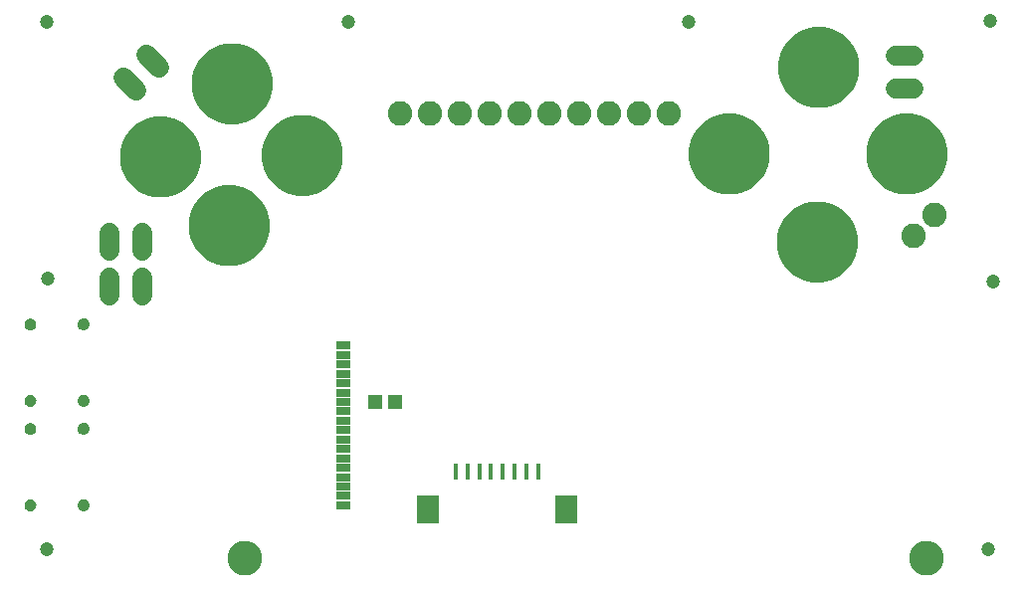
<source format=gbr>
G04 EAGLE Gerber RS-274X export*
G75*
%MOMM*%
%FSLAX34Y34*%
%LPD*%
%INSoldermask Top*%
%IPPOS*%
%AMOC8*
5,1,8,0,0,1.08239X$1,22.5*%
G01*
%ADD10C,1.203200*%
%ADD11C,2.082800*%
%ADD12C,1.727200*%
%ADD13C,2.953200*%
%ADD14C,0.609600*%
%ADD15C,3.429000*%
%ADD16R,1.219200X0.711200*%
%ADD17R,0.400000X1.400000*%
%ADD18R,1.900000X2.350000*%
%ADD19R,1.303200X1.203200*%

G36*
X82375Y240824D02*
X82375Y240824D01*
X83342Y240927D01*
X83390Y240941D01*
X83481Y240958D01*
X84411Y241277D01*
X84455Y241302D01*
X84540Y241338D01*
X85376Y241857D01*
X85413Y241890D01*
X85488Y241945D01*
X86187Y242636D01*
X86216Y242678D01*
X86277Y242747D01*
X86805Y243577D01*
X86824Y243624D01*
X86867Y243705D01*
X87198Y244632D01*
X87206Y244682D01*
X87230Y244770D01*
X87343Y245723D01*
X87363Y245827D01*
X87363Y245831D01*
X87365Y245834D01*
X87371Y246022D01*
X87260Y246980D01*
X87246Y247028D01*
X87228Y247118D01*
X86907Y248027D01*
X86882Y248071D01*
X86845Y248155D01*
X86457Y248768D01*
X86330Y248970D01*
X86296Y249007D01*
X86241Y249080D01*
X85557Y249760D01*
X85516Y249789D01*
X85446Y249848D01*
X84628Y250359D01*
X84581Y250377D01*
X84500Y250420D01*
X83589Y250735D01*
X83539Y250743D01*
X83450Y250767D01*
X82492Y250872D01*
X82462Y250869D01*
X82423Y250875D01*
X82322Y250875D01*
X82295Y250870D01*
X82258Y250872D01*
X81285Y250773D01*
X81236Y250760D01*
X81146Y250743D01*
X80219Y250431D01*
X80175Y250406D01*
X80090Y250371D01*
X79256Y249860D01*
X79218Y249826D01*
X79144Y249772D01*
X78444Y249088D01*
X78415Y249047D01*
X78355Y248978D01*
X77825Y248156D01*
X77808Y248116D01*
X77796Y248102D01*
X77788Y248078D01*
X77761Y248029D01*
X77428Y247109D01*
X77419Y247060D01*
X77394Y246971D01*
X77274Y246000D01*
X77274Y245990D01*
X77274Y245988D01*
X77273Y245986D01*
X77271Y245978D01*
X77244Y245675D01*
X77249Y245625D01*
X77249Y245526D01*
X77391Y244569D01*
X77407Y244521D01*
X77412Y244499D01*
X77412Y244494D01*
X77414Y244488D01*
X77427Y244431D01*
X77779Y243529D01*
X77805Y243486D01*
X77845Y243404D01*
X78388Y242603D01*
X78424Y242567D01*
X78481Y242495D01*
X79189Y241835D01*
X79231Y241808D01*
X79303Y241751D01*
X80140Y241265D01*
X80188Y241248D01*
X80271Y241208D01*
X81195Y240921D01*
X81245Y240915D01*
X81335Y240894D01*
X82267Y240823D01*
X82296Y240819D01*
X82348Y240819D01*
X82375Y240824D01*
G37*
G36*
X37087Y240773D02*
X37087Y240773D01*
X38054Y240876D01*
X38102Y240890D01*
X38193Y240907D01*
X39123Y241226D01*
X39167Y241251D01*
X39252Y241287D01*
X40088Y241806D01*
X40125Y241839D01*
X40200Y241894D01*
X40899Y242585D01*
X40928Y242627D01*
X40989Y242696D01*
X41517Y243526D01*
X41536Y243573D01*
X41579Y243654D01*
X41910Y244581D01*
X41918Y244631D01*
X41942Y244719D01*
X42055Y245672D01*
X42075Y245776D01*
X42075Y245780D01*
X42077Y245783D01*
X42083Y245971D01*
X41972Y246929D01*
X41958Y246977D01*
X41940Y247067D01*
X41619Y247976D01*
X41594Y248020D01*
X41557Y248104D01*
X41169Y248717D01*
X41042Y248919D01*
X41008Y248956D01*
X40953Y249029D01*
X40269Y249709D01*
X40228Y249738D01*
X40158Y249797D01*
X39340Y250308D01*
X39293Y250326D01*
X39212Y250369D01*
X38301Y250684D01*
X38251Y250692D01*
X38162Y250716D01*
X37204Y250821D01*
X37174Y250818D01*
X37135Y250824D01*
X37034Y250824D01*
X37007Y250819D01*
X36970Y250821D01*
X35997Y250722D01*
X35948Y250709D01*
X35858Y250692D01*
X34931Y250380D01*
X34887Y250355D01*
X34802Y250320D01*
X33968Y249809D01*
X33930Y249775D01*
X33856Y249721D01*
X33156Y249037D01*
X33127Y248996D01*
X33067Y248927D01*
X32537Y248105D01*
X32520Y248065D01*
X32508Y248051D01*
X32500Y248027D01*
X32473Y247978D01*
X32140Y247058D01*
X32131Y247009D01*
X32106Y246920D01*
X31986Y245949D01*
X31986Y245939D01*
X31986Y245937D01*
X31985Y245935D01*
X31983Y245927D01*
X31956Y245624D01*
X31961Y245574D01*
X31961Y245475D01*
X32103Y244518D01*
X32119Y244470D01*
X32124Y244448D01*
X32124Y244443D01*
X32126Y244437D01*
X32139Y244380D01*
X32491Y243478D01*
X32517Y243435D01*
X32557Y243353D01*
X33100Y242552D01*
X33136Y242516D01*
X33193Y242444D01*
X33901Y241784D01*
X33943Y241757D01*
X34015Y241700D01*
X34852Y241214D01*
X34900Y241197D01*
X34983Y241157D01*
X35907Y240870D01*
X35957Y240864D01*
X36047Y240843D01*
X36979Y240772D01*
X37008Y240768D01*
X37060Y240768D01*
X37087Y240773D01*
G37*
G36*
X37112Y175749D02*
X37112Y175749D01*
X38079Y175852D01*
X38127Y175866D01*
X38218Y175883D01*
X39148Y176202D01*
X39192Y176227D01*
X39277Y176263D01*
X40113Y176782D01*
X40150Y176815D01*
X40225Y176870D01*
X40924Y177561D01*
X40953Y177603D01*
X41014Y177672D01*
X41542Y178502D01*
X41561Y178549D01*
X41604Y178630D01*
X41935Y179557D01*
X41943Y179607D01*
X41967Y179695D01*
X42080Y180648D01*
X42100Y180752D01*
X42100Y180756D01*
X42102Y180759D01*
X42108Y180947D01*
X41997Y181905D01*
X41983Y181953D01*
X41965Y182043D01*
X41644Y182952D01*
X41619Y182996D01*
X41582Y183080D01*
X41194Y183693D01*
X41067Y183895D01*
X41033Y183932D01*
X40978Y184005D01*
X40294Y184685D01*
X40253Y184714D01*
X40183Y184773D01*
X39365Y185284D01*
X39318Y185302D01*
X39237Y185345D01*
X38326Y185660D01*
X38276Y185668D01*
X38187Y185692D01*
X37229Y185797D01*
X37199Y185794D01*
X37160Y185800D01*
X37059Y185800D01*
X37032Y185795D01*
X36995Y185797D01*
X36022Y185698D01*
X35973Y185685D01*
X35883Y185668D01*
X34956Y185356D01*
X34912Y185331D01*
X34827Y185296D01*
X33993Y184785D01*
X33955Y184751D01*
X33881Y184697D01*
X33181Y184013D01*
X33152Y183972D01*
X33092Y183903D01*
X32562Y183081D01*
X32545Y183041D01*
X32533Y183027D01*
X32525Y183003D01*
X32498Y182954D01*
X32165Y182034D01*
X32156Y181985D01*
X32131Y181896D01*
X32011Y180925D01*
X32011Y180915D01*
X32011Y180913D01*
X32010Y180911D01*
X32008Y180903D01*
X31981Y180600D01*
X31986Y180550D01*
X31986Y180451D01*
X32128Y179494D01*
X32144Y179446D01*
X32149Y179424D01*
X32149Y179419D01*
X32151Y179413D01*
X32164Y179356D01*
X32516Y178454D01*
X32542Y178411D01*
X32582Y178329D01*
X33125Y177528D01*
X33161Y177492D01*
X33218Y177420D01*
X33926Y176760D01*
X33968Y176733D01*
X34040Y176676D01*
X34877Y176190D01*
X34925Y176173D01*
X35008Y176133D01*
X35932Y175846D01*
X35982Y175840D01*
X36072Y175819D01*
X37004Y175748D01*
X37033Y175744D01*
X37085Y175744D01*
X37112Y175749D01*
G37*
G36*
X82350Y175749D02*
X82350Y175749D01*
X83317Y175852D01*
X83365Y175866D01*
X83456Y175883D01*
X84386Y176202D01*
X84430Y176227D01*
X84515Y176263D01*
X85351Y176782D01*
X85388Y176815D01*
X85463Y176870D01*
X86162Y177561D01*
X86191Y177603D01*
X86252Y177672D01*
X86780Y178502D01*
X86799Y178549D01*
X86842Y178630D01*
X87173Y179557D01*
X87181Y179607D01*
X87205Y179695D01*
X87318Y180648D01*
X87338Y180752D01*
X87338Y180756D01*
X87340Y180759D01*
X87346Y180947D01*
X87235Y181905D01*
X87221Y181953D01*
X87203Y182043D01*
X86882Y182952D01*
X86857Y182996D01*
X86820Y183080D01*
X86432Y183693D01*
X86305Y183895D01*
X86271Y183932D01*
X86216Y184005D01*
X85532Y184685D01*
X85491Y184714D01*
X85421Y184773D01*
X84603Y185284D01*
X84556Y185302D01*
X84475Y185345D01*
X83564Y185660D01*
X83514Y185668D01*
X83425Y185692D01*
X82467Y185797D01*
X82437Y185794D01*
X82398Y185800D01*
X82297Y185800D01*
X82270Y185795D01*
X82233Y185797D01*
X81260Y185698D01*
X81211Y185685D01*
X81121Y185668D01*
X80194Y185356D01*
X80150Y185331D01*
X80065Y185296D01*
X79231Y184785D01*
X79193Y184751D01*
X79119Y184697D01*
X78419Y184013D01*
X78390Y183972D01*
X78330Y183903D01*
X77800Y183081D01*
X77783Y183041D01*
X77771Y183027D01*
X77763Y183003D01*
X77736Y182954D01*
X77403Y182034D01*
X77394Y181985D01*
X77369Y181896D01*
X77249Y180925D01*
X77249Y180915D01*
X77249Y180913D01*
X77248Y180911D01*
X77246Y180903D01*
X77219Y180600D01*
X77224Y180550D01*
X77224Y180451D01*
X77366Y179494D01*
X77382Y179446D01*
X77387Y179424D01*
X77387Y179419D01*
X77389Y179413D01*
X77402Y179356D01*
X77754Y178454D01*
X77780Y178411D01*
X77820Y178329D01*
X78363Y177528D01*
X78399Y177492D01*
X78456Y177420D01*
X79164Y176760D01*
X79206Y176733D01*
X79278Y176676D01*
X80115Y176190D01*
X80163Y176173D01*
X80246Y176133D01*
X81170Y175846D01*
X81220Y175840D01*
X81310Y175819D01*
X82242Y175748D01*
X82271Y175744D01*
X82323Y175744D01*
X82350Y175749D01*
G37*
G36*
X82375Y151924D02*
X82375Y151924D01*
X83342Y152027D01*
X83390Y152041D01*
X83481Y152058D01*
X84411Y152377D01*
X84455Y152402D01*
X84540Y152438D01*
X85376Y152957D01*
X85413Y152990D01*
X85488Y153045D01*
X86187Y153736D01*
X86216Y153778D01*
X86277Y153847D01*
X86805Y154677D01*
X86824Y154724D01*
X86867Y154805D01*
X87198Y155732D01*
X87206Y155782D01*
X87230Y155870D01*
X87343Y156823D01*
X87363Y156927D01*
X87363Y156931D01*
X87365Y156934D01*
X87371Y157122D01*
X87260Y158080D01*
X87246Y158128D01*
X87228Y158218D01*
X86907Y159127D01*
X86882Y159171D01*
X86845Y159255D01*
X86457Y159868D01*
X86330Y160070D01*
X86296Y160107D01*
X86241Y160180D01*
X85557Y160860D01*
X85516Y160889D01*
X85446Y160948D01*
X84628Y161459D01*
X84581Y161477D01*
X84500Y161520D01*
X83589Y161835D01*
X83539Y161843D01*
X83450Y161867D01*
X82492Y161972D01*
X82462Y161969D01*
X82423Y161975D01*
X82322Y161975D01*
X82295Y161970D01*
X82258Y161972D01*
X81285Y161873D01*
X81236Y161860D01*
X81146Y161843D01*
X80219Y161531D01*
X80175Y161506D01*
X80090Y161471D01*
X79256Y160960D01*
X79218Y160926D01*
X79144Y160872D01*
X78444Y160188D01*
X78415Y160147D01*
X78355Y160078D01*
X77825Y159256D01*
X77808Y159216D01*
X77796Y159202D01*
X77788Y159178D01*
X77761Y159129D01*
X77428Y158209D01*
X77419Y158160D01*
X77394Y158071D01*
X77274Y157100D01*
X77274Y157090D01*
X77274Y157088D01*
X77273Y157086D01*
X77271Y157078D01*
X77244Y156775D01*
X77249Y156725D01*
X77249Y156626D01*
X77391Y155669D01*
X77407Y155621D01*
X77412Y155599D01*
X77412Y155594D01*
X77414Y155588D01*
X77427Y155531D01*
X77779Y154629D01*
X77805Y154586D01*
X77845Y154504D01*
X78388Y153703D01*
X78424Y153667D01*
X78481Y153595D01*
X79189Y152935D01*
X79231Y152908D01*
X79303Y152851D01*
X80140Y152365D01*
X80188Y152348D01*
X80271Y152308D01*
X81195Y152021D01*
X81245Y152015D01*
X81335Y151994D01*
X82267Y151923D01*
X82296Y151919D01*
X82348Y151919D01*
X82375Y151924D01*
G37*
G36*
X37087Y151873D02*
X37087Y151873D01*
X38054Y151976D01*
X38102Y151990D01*
X38193Y152007D01*
X39123Y152326D01*
X39167Y152351D01*
X39252Y152387D01*
X40088Y152906D01*
X40125Y152939D01*
X40200Y152994D01*
X40899Y153685D01*
X40928Y153727D01*
X40989Y153796D01*
X41517Y154626D01*
X41536Y154673D01*
X41579Y154754D01*
X41910Y155681D01*
X41918Y155731D01*
X41942Y155819D01*
X42055Y156772D01*
X42075Y156876D01*
X42075Y156880D01*
X42077Y156883D01*
X42083Y157071D01*
X41972Y158029D01*
X41958Y158077D01*
X41940Y158167D01*
X41619Y159076D01*
X41594Y159120D01*
X41557Y159204D01*
X41169Y159817D01*
X41042Y160019D01*
X41008Y160056D01*
X40953Y160129D01*
X40269Y160809D01*
X40228Y160838D01*
X40158Y160897D01*
X39340Y161408D01*
X39293Y161426D01*
X39212Y161469D01*
X38301Y161784D01*
X38251Y161792D01*
X38162Y161816D01*
X37204Y161921D01*
X37174Y161918D01*
X37135Y161924D01*
X37034Y161924D01*
X37007Y161919D01*
X36970Y161921D01*
X35997Y161822D01*
X35948Y161809D01*
X35858Y161792D01*
X34931Y161480D01*
X34887Y161455D01*
X34802Y161420D01*
X33968Y160909D01*
X33930Y160875D01*
X33856Y160821D01*
X33156Y160137D01*
X33127Y160096D01*
X33067Y160027D01*
X32537Y159205D01*
X32520Y159165D01*
X32508Y159151D01*
X32500Y159127D01*
X32473Y159078D01*
X32140Y158158D01*
X32131Y158109D01*
X32106Y158020D01*
X31986Y157049D01*
X31986Y157039D01*
X31986Y157037D01*
X31985Y157035D01*
X31983Y157027D01*
X31956Y156724D01*
X31961Y156674D01*
X31961Y156575D01*
X32103Y155618D01*
X32119Y155570D01*
X32124Y155548D01*
X32124Y155543D01*
X32126Y155537D01*
X32139Y155480D01*
X32491Y154578D01*
X32517Y154535D01*
X32557Y154453D01*
X33100Y153652D01*
X33136Y153616D01*
X33193Y153544D01*
X33901Y152884D01*
X33943Y152857D01*
X34015Y152800D01*
X34852Y152314D01*
X34900Y152297D01*
X34983Y152257D01*
X35907Y151970D01*
X35957Y151964D01*
X36047Y151943D01*
X36979Y151872D01*
X37008Y151868D01*
X37060Y151868D01*
X37087Y151873D01*
G37*
G36*
X37112Y86849D02*
X37112Y86849D01*
X38079Y86952D01*
X38127Y86966D01*
X38218Y86983D01*
X39148Y87302D01*
X39192Y87327D01*
X39277Y87363D01*
X40113Y87882D01*
X40150Y87915D01*
X40225Y87970D01*
X40924Y88661D01*
X40953Y88703D01*
X41014Y88772D01*
X41542Y89602D01*
X41561Y89649D01*
X41604Y89730D01*
X41935Y90657D01*
X41943Y90707D01*
X41967Y90795D01*
X42080Y91748D01*
X42100Y91852D01*
X42100Y91856D01*
X42102Y91859D01*
X42108Y92047D01*
X41997Y93005D01*
X41983Y93053D01*
X41965Y93143D01*
X41644Y94052D01*
X41619Y94096D01*
X41582Y94180D01*
X41194Y94793D01*
X41067Y94995D01*
X41033Y95032D01*
X40978Y95105D01*
X40294Y95785D01*
X40253Y95814D01*
X40183Y95873D01*
X39365Y96384D01*
X39318Y96402D01*
X39237Y96445D01*
X38326Y96760D01*
X38276Y96768D01*
X38187Y96792D01*
X37229Y96897D01*
X37199Y96894D01*
X37160Y96900D01*
X37059Y96900D01*
X37032Y96895D01*
X36995Y96897D01*
X36022Y96798D01*
X35973Y96785D01*
X35883Y96768D01*
X34956Y96456D01*
X34912Y96431D01*
X34827Y96396D01*
X33993Y95885D01*
X33955Y95851D01*
X33881Y95797D01*
X33181Y95113D01*
X33152Y95072D01*
X33092Y95003D01*
X32562Y94181D01*
X32545Y94141D01*
X32533Y94127D01*
X32525Y94103D01*
X32498Y94054D01*
X32165Y93134D01*
X32156Y93085D01*
X32131Y92996D01*
X32011Y92025D01*
X32011Y92015D01*
X32011Y92013D01*
X32010Y92011D01*
X32008Y92003D01*
X31981Y91700D01*
X31986Y91650D01*
X31986Y91551D01*
X32128Y90594D01*
X32144Y90546D01*
X32149Y90524D01*
X32149Y90519D01*
X32151Y90513D01*
X32164Y90456D01*
X32516Y89554D01*
X32542Y89511D01*
X32582Y89429D01*
X33125Y88628D01*
X33161Y88592D01*
X33218Y88520D01*
X33926Y87860D01*
X33968Y87833D01*
X34040Y87776D01*
X34877Y87290D01*
X34925Y87273D01*
X35008Y87233D01*
X35932Y86946D01*
X35982Y86940D01*
X36072Y86919D01*
X37004Y86848D01*
X37033Y86844D01*
X37085Y86844D01*
X37112Y86849D01*
G37*
G36*
X82350Y86849D02*
X82350Y86849D01*
X83317Y86952D01*
X83365Y86966D01*
X83456Y86983D01*
X84386Y87302D01*
X84430Y87327D01*
X84515Y87363D01*
X85351Y87882D01*
X85388Y87915D01*
X85463Y87970D01*
X86162Y88661D01*
X86191Y88703D01*
X86252Y88772D01*
X86780Y89602D01*
X86799Y89649D01*
X86842Y89730D01*
X87173Y90657D01*
X87181Y90707D01*
X87205Y90795D01*
X87318Y91748D01*
X87338Y91852D01*
X87338Y91856D01*
X87340Y91859D01*
X87346Y92047D01*
X87235Y93005D01*
X87221Y93053D01*
X87203Y93143D01*
X86882Y94052D01*
X86857Y94096D01*
X86820Y94180D01*
X86432Y94793D01*
X86305Y94995D01*
X86271Y95032D01*
X86216Y95105D01*
X85532Y95785D01*
X85491Y95814D01*
X85421Y95873D01*
X84603Y96384D01*
X84556Y96402D01*
X84475Y96445D01*
X83564Y96760D01*
X83514Y96768D01*
X83425Y96792D01*
X82467Y96897D01*
X82437Y96894D01*
X82398Y96900D01*
X82297Y96900D01*
X82270Y96895D01*
X82233Y96897D01*
X81260Y96798D01*
X81211Y96785D01*
X81121Y96768D01*
X80194Y96456D01*
X80150Y96431D01*
X80065Y96396D01*
X79231Y95885D01*
X79193Y95851D01*
X79119Y95797D01*
X78419Y95113D01*
X78390Y95072D01*
X78330Y95003D01*
X77800Y94181D01*
X77783Y94141D01*
X77771Y94127D01*
X77763Y94103D01*
X77736Y94054D01*
X77403Y93134D01*
X77394Y93085D01*
X77369Y92996D01*
X77249Y92025D01*
X77249Y92015D01*
X77249Y92013D01*
X77248Y92011D01*
X77246Y92003D01*
X77219Y91700D01*
X77224Y91650D01*
X77224Y91551D01*
X77366Y90594D01*
X77382Y90546D01*
X77387Y90524D01*
X77387Y90519D01*
X77389Y90513D01*
X77402Y90456D01*
X77754Y89554D01*
X77780Y89511D01*
X77820Y89429D01*
X78363Y88628D01*
X78399Y88592D01*
X78456Y88520D01*
X79164Y87860D01*
X79206Y87833D01*
X79278Y87776D01*
X80115Y87290D01*
X80163Y87273D01*
X80246Y87233D01*
X81170Y86946D01*
X81220Y86940D01*
X81310Y86919D01*
X82242Y86848D01*
X82271Y86844D01*
X82323Y86844D01*
X82350Y86849D01*
G37*
D10*
X50800Y502920D03*
X307340Y502920D03*
X596900Y502920D03*
X52070Y284480D03*
X50800Y54610D03*
X852170Y54610D03*
X855980Y281940D03*
X853440Y504190D03*
D11*
X580390Y425450D03*
X554990Y425450D03*
X529590Y425450D03*
X504190Y425450D03*
X478790Y425450D03*
X453390Y425450D03*
X427990Y425450D03*
X402590Y425450D03*
X377190Y425450D03*
X351790Y425450D03*
D12*
X132080Y323850D02*
X132080Y308610D01*
X104140Y308610D02*
X104140Y323850D01*
X132080Y285750D02*
X132080Y270510D01*
X104140Y270510D02*
X104140Y285750D01*
X773430Y474416D02*
X788670Y474416D01*
X788670Y446476D02*
X773430Y446476D01*
X146551Y464563D02*
X135774Y475340D01*
X116018Y455583D02*
X126794Y444807D01*
D11*
X788670Y321310D03*
X806631Y339271D03*
D13*
X219150Y46430D03*
X799150Y46430D03*
D14*
X185420Y469900D03*
X229870Y430530D03*
D15*
X191262Y450850D02*
X191267Y451268D01*
X191282Y451685D01*
X191308Y452102D01*
X191344Y452518D01*
X191390Y452933D01*
X191446Y453347D01*
X191513Y453759D01*
X191589Y454170D01*
X191676Y454579D01*
X191772Y454985D01*
X191878Y455389D01*
X191995Y455790D01*
X192121Y456188D01*
X192257Y456583D01*
X192402Y456975D01*
X192557Y457363D01*
X192722Y457746D01*
X192896Y458126D01*
X193079Y458501D01*
X193271Y458872D01*
X193473Y459238D01*
X193683Y459599D01*
X193902Y459955D01*
X194130Y460305D01*
X194366Y460649D01*
X194611Y460988D01*
X194864Y461320D01*
X195125Y461646D01*
X195394Y461966D01*
X195670Y462279D01*
X195955Y462585D01*
X196246Y462884D01*
X196545Y463175D01*
X196851Y463460D01*
X197164Y463736D01*
X197484Y464005D01*
X197810Y464266D01*
X198142Y464519D01*
X198481Y464764D01*
X198825Y465000D01*
X199175Y465228D01*
X199531Y465447D01*
X199892Y465657D01*
X200258Y465859D01*
X200629Y466051D01*
X201004Y466234D01*
X201384Y466408D01*
X201767Y466573D01*
X202155Y466728D01*
X202547Y466873D01*
X202942Y467009D01*
X203340Y467135D01*
X203741Y467252D01*
X204145Y467358D01*
X204551Y467454D01*
X204960Y467541D01*
X205371Y467617D01*
X205783Y467684D01*
X206197Y467740D01*
X206612Y467786D01*
X207028Y467822D01*
X207445Y467848D01*
X207862Y467863D01*
X208280Y467868D01*
X208698Y467863D01*
X209115Y467848D01*
X209532Y467822D01*
X209948Y467786D01*
X210363Y467740D01*
X210777Y467684D01*
X211189Y467617D01*
X211600Y467541D01*
X212009Y467454D01*
X212415Y467358D01*
X212819Y467252D01*
X213220Y467135D01*
X213618Y467009D01*
X214013Y466873D01*
X214405Y466728D01*
X214793Y466573D01*
X215176Y466408D01*
X215556Y466234D01*
X215931Y466051D01*
X216302Y465859D01*
X216668Y465657D01*
X217029Y465447D01*
X217385Y465228D01*
X217735Y465000D01*
X218079Y464764D01*
X218418Y464519D01*
X218750Y464266D01*
X219076Y464005D01*
X219396Y463736D01*
X219709Y463460D01*
X220015Y463175D01*
X220314Y462884D01*
X220605Y462585D01*
X220890Y462279D01*
X221166Y461966D01*
X221435Y461646D01*
X221696Y461320D01*
X221949Y460988D01*
X222194Y460649D01*
X222430Y460305D01*
X222658Y459955D01*
X222877Y459599D01*
X223087Y459238D01*
X223289Y458872D01*
X223481Y458501D01*
X223664Y458126D01*
X223838Y457746D01*
X224003Y457363D01*
X224158Y456975D01*
X224303Y456583D01*
X224439Y456188D01*
X224565Y455790D01*
X224682Y455389D01*
X224788Y454985D01*
X224884Y454579D01*
X224971Y454170D01*
X225047Y453759D01*
X225114Y453347D01*
X225170Y452933D01*
X225216Y452518D01*
X225252Y452102D01*
X225278Y451685D01*
X225293Y451268D01*
X225298Y450850D01*
X225293Y450432D01*
X225278Y450015D01*
X225252Y449598D01*
X225216Y449182D01*
X225170Y448767D01*
X225114Y448353D01*
X225047Y447941D01*
X224971Y447530D01*
X224884Y447121D01*
X224788Y446715D01*
X224682Y446311D01*
X224565Y445910D01*
X224439Y445512D01*
X224303Y445117D01*
X224158Y444725D01*
X224003Y444337D01*
X223838Y443954D01*
X223664Y443574D01*
X223481Y443199D01*
X223289Y442828D01*
X223087Y442462D01*
X222877Y442101D01*
X222658Y441745D01*
X222430Y441395D01*
X222194Y441051D01*
X221949Y440712D01*
X221696Y440380D01*
X221435Y440054D01*
X221166Y439734D01*
X220890Y439421D01*
X220605Y439115D01*
X220314Y438816D01*
X220015Y438525D01*
X219709Y438240D01*
X219396Y437964D01*
X219076Y437695D01*
X218750Y437434D01*
X218418Y437181D01*
X218079Y436936D01*
X217735Y436700D01*
X217385Y436472D01*
X217029Y436253D01*
X216668Y436043D01*
X216302Y435841D01*
X215931Y435649D01*
X215556Y435466D01*
X215176Y435292D01*
X214793Y435127D01*
X214405Y434972D01*
X214013Y434827D01*
X213618Y434691D01*
X213220Y434565D01*
X212819Y434448D01*
X212415Y434342D01*
X212009Y434246D01*
X211600Y434159D01*
X211189Y434083D01*
X210777Y434016D01*
X210363Y433960D01*
X209948Y433914D01*
X209532Y433878D01*
X209115Y433852D01*
X208698Y433837D01*
X208280Y433832D01*
X207862Y433837D01*
X207445Y433852D01*
X207028Y433878D01*
X206612Y433914D01*
X206197Y433960D01*
X205783Y434016D01*
X205371Y434083D01*
X204960Y434159D01*
X204551Y434246D01*
X204145Y434342D01*
X203741Y434448D01*
X203340Y434565D01*
X202942Y434691D01*
X202547Y434827D01*
X202155Y434972D01*
X201767Y435127D01*
X201384Y435292D01*
X201004Y435466D01*
X200629Y435649D01*
X200258Y435841D01*
X199892Y436043D01*
X199531Y436253D01*
X199175Y436472D01*
X198825Y436700D01*
X198481Y436936D01*
X198142Y437181D01*
X197810Y437434D01*
X197484Y437695D01*
X197164Y437964D01*
X196851Y438240D01*
X196545Y438525D01*
X196246Y438816D01*
X195955Y439115D01*
X195670Y439421D01*
X195394Y439734D01*
X195125Y440054D01*
X194864Y440380D01*
X194611Y440712D01*
X194366Y441051D01*
X194130Y441395D01*
X193902Y441745D01*
X193683Y442101D01*
X193473Y442462D01*
X193271Y442828D01*
X193079Y443199D01*
X192896Y443574D01*
X192722Y443954D01*
X192557Y444337D01*
X192402Y444725D01*
X192257Y445117D01*
X192121Y445512D01*
X191995Y445910D01*
X191878Y446311D01*
X191772Y446715D01*
X191676Y447121D01*
X191589Y447530D01*
X191513Y447941D01*
X191446Y448353D01*
X191390Y448767D01*
X191344Y449182D01*
X191308Y449598D01*
X191282Y450015D01*
X191267Y450432D01*
X191262Y450850D01*
D14*
X128270Y365760D03*
X167640Y410210D03*
D15*
X130302Y388620D02*
X130307Y389038D01*
X130322Y389455D01*
X130348Y389872D01*
X130384Y390288D01*
X130430Y390703D01*
X130486Y391117D01*
X130553Y391529D01*
X130629Y391940D01*
X130716Y392349D01*
X130812Y392755D01*
X130918Y393159D01*
X131035Y393560D01*
X131161Y393958D01*
X131297Y394353D01*
X131442Y394745D01*
X131597Y395133D01*
X131762Y395516D01*
X131936Y395896D01*
X132119Y396271D01*
X132311Y396642D01*
X132513Y397008D01*
X132723Y397369D01*
X132942Y397725D01*
X133170Y398075D01*
X133406Y398419D01*
X133651Y398758D01*
X133904Y399090D01*
X134165Y399416D01*
X134434Y399736D01*
X134710Y400049D01*
X134995Y400355D01*
X135286Y400654D01*
X135585Y400945D01*
X135891Y401230D01*
X136204Y401506D01*
X136524Y401775D01*
X136850Y402036D01*
X137182Y402289D01*
X137521Y402534D01*
X137865Y402770D01*
X138215Y402998D01*
X138571Y403217D01*
X138932Y403427D01*
X139298Y403629D01*
X139669Y403821D01*
X140044Y404004D01*
X140424Y404178D01*
X140807Y404343D01*
X141195Y404498D01*
X141587Y404643D01*
X141982Y404779D01*
X142380Y404905D01*
X142781Y405022D01*
X143185Y405128D01*
X143591Y405224D01*
X144000Y405311D01*
X144411Y405387D01*
X144823Y405454D01*
X145237Y405510D01*
X145652Y405556D01*
X146068Y405592D01*
X146485Y405618D01*
X146902Y405633D01*
X147320Y405638D01*
X147738Y405633D01*
X148155Y405618D01*
X148572Y405592D01*
X148988Y405556D01*
X149403Y405510D01*
X149817Y405454D01*
X150229Y405387D01*
X150640Y405311D01*
X151049Y405224D01*
X151455Y405128D01*
X151859Y405022D01*
X152260Y404905D01*
X152658Y404779D01*
X153053Y404643D01*
X153445Y404498D01*
X153833Y404343D01*
X154216Y404178D01*
X154596Y404004D01*
X154971Y403821D01*
X155342Y403629D01*
X155708Y403427D01*
X156069Y403217D01*
X156425Y402998D01*
X156775Y402770D01*
X157119Y402534D01*
X157458Y402289D01*
X157790Y402036D01*
X158116Y401775D01*
X158436Y401506D01*
X158749Y401230D01*
X159055Y400945D01*
X159354Y400654D01*
X159645Y400355D01*
X159930Y400049D01*
X160206Y399736D01*
X160475Y399416D01*
X160736Y399090D01*
X160989Y398758D01*
X161234Y398419D01*
X161470Y398075D01*
X161698Y397725D01*
X161917Y397369D01*
X162127Y397008D01*
X162329Y396642D01*
X162521Y396271D01*
X162704Y395896D01*
X162878Y395516D01*
X163043Y395133D01*
X163198Y394745D01*
X163343Y394353D01*
X163479Y393958D01*
X163605Y393560D01*
X163722Y393159D01*
X163828Y392755D01*
X163924Y392349D01*
X164011Y391940D01*
X164087Y391529D01*
X164154Y391117D01*
X164210Y390703D01*
X164256Y390288D01*
X164292Y389872D01*
X164318Y389455D01*
X164333Y389038D01*
X164338Y388620D01*
X164333Y388202D01*
X164318Y387785D01*
X164292Y387368D01*
X164256Y386952D01*
X164210Y386537D01*
X164154Y386123D01*
X164087Y385711D01*
X164011Y385300D01*
X163924Y384891D01*
X163828Y384485D01*
X163722Y384081D01*
X163605Y383680D01*
X163479Y383282D01*
X163343Y382887D01*
X163198Y382495D01*
X163043Y382107D01*
X162878Y381724D01*
X162704Y381344D01*
X162521Y380969D01*
X162329Y380598D01*
X162127Y380232D01*
X161917Y379871D01*
X161698Y379515D01*
X161470Y379165D01*
X161234Y378821D01*
X160989Y378482D01*
X160736Y378150D01*
X160475Y377824D01*
X160206Y377504D01*
X159930Y377191D01*
X159645Y376885D01*
X159354Y376586D01*
X159055Y376295D01*
X158749Y376010D01*
X158436Y375734D01*
X158116Y375465D01*
X157790Y375204D01*
X157458Y374951D01*
X157119Y374706D01*
X156775Y374470D01*
X156425Y374242D01*
X156069Y374023D01*
X155708Y373813D01*
X155342Y373611D01*
X154971Y373419D01*
X154596Y373236D01*
X154216Y373062D01*
X153833Y372897D01*
X153445Y372742D01*
X153053Y372597D01*
X152658Y372461D01*
X152260Y372335D01*
X151859Y372218D01*
X151455Y372112D01*
X151049Y372016D01*
X150640Y371929D01*
X150229Y371853D01*
X149817Y371786D01*
X149403Y371730D01*
X148988Y371684D01*
X148572Y371648D01*
X148155Y371622D01*
X147738Y371607D01*
X147320Y371602D01*
X146902Y371607D01*
X146485Y371622D01*
X146068Y371648D01*
X145652Y371684D01*
X145237Y371730D01*
X144823Y371786D01*
X144411Y371853D01*
X144000Y371929D01*
X143591Y372016D01*
X143185Y372112D01*
X142781Y372218D01*
X142380Y372335D01*
X141982Y372461D01*
X141587Y372597D01*
X141195Y372742D01*
X140807Y372897D01*
X140424Y373062D01*
X140044Y373236D01*
X139669Y373419D01*
X139298Y373611D01*
X138932Y373813D01*
X138571Y374023D01*
X138215Y374242D01*
X137865Y374470D01*
X137521Y374706D01*
X137182Y374951D01*
X136850Y375204D01*
X136524Y375465D01*
X136204Y375734D01*
X135891Y376010D01*
X135585Y376295D01*
X135286Y376586D01*
X134995Y376885D01*
X134710Y377191D01*
X134434Y377504D01*
X134165Y377824D01*
X133904Y378150D01*
X133651Y378482D01*
X133406Y378821D01*
X133170Y379165D01*
X132942Y379515D01*
X132723Y379871D01*
X132513Y380232D01*
X132311Y380598D01*
X132119Y380969D01*
X131936Y381344D01*
X131762Y381724D01*
X131597Y382107D01*
X131442Y382495D01*
X131297Y382887D01*
X131161Y383282D01*
X131035Y383680D01*
X130918Y384081D01*
X130812Y384485D01*
X130716Y384891D01*
X130629Y385300D01*
X130553Y385711D01*
X130486Y386123D01*
X130430Y386537D01*
X130384Y386952D01*
X130348Y387368D01*
X130322Y387785D01*
X130307Y388202D01*
X130302Y388620D01*
D14*
X182880Y349250D03*
X227330Y309880D03*
D15*
X188722Y330200D02*
X188727Y330618D01*
X188742Y331035D01*
X188768Y331452D01*
X188804Y331868D01*
X188850Y332283D01*
X188906Y332697D01*
X188973Y333109D01*
X189049Y333520D01*
X189136Y333929D01*
X189232Y334335D01*
X189338Y334739D01*
X189455Y335140D01*
X189581Y335538D01*
X189717Y335933D01*
X189862Y336325D01*
X190017Y336713D01*
X190182Y337096D01*
X190356Y337476D01*
X190539Y337851D01*
X190731Y338222D01*
X190933Y338588D01*
X191143Y338949D01*
X191362Y339305D01*
X191590Y339655D01*
X191826Y339999D01*
X192071Y340338D01*
X192324Y340670D01*
X192585Y340996D01*
X192854Y341316D01*
X193130Y341629D01*
X193415Y341935D01*
X193706Y342234D01*
X194005Y342525D01*
X194311Y342810D01*
X194624Y343086D01*
X194944Y343355D01*
X195270Y343616D01*
X195602Y343869D01*
X195941Y344114D01*
X196285Y344350D01*
X196635Y344578D01*
X196991Y344797D01*
X197352Y345007D01*
X197718Y345209D01*
X198089Y345401D01*
X198464Y345584D01*
X198844Y345758D01*
X199227Y345923D01*
X199615Y346078D01*
X200007Y346223D01*
X200402Y346359D01*
X200800Y346485D01*
X201201Y346602D01*
X201605Y346708D01*
X202011Y346804D01*
X202420Y346891D01*
X202831Y346967D01*
X203243Y347034D01*
X203657Y347090D01*
X204072Y347136D01*
X204488Y347172D01*
X204905Y347198D01*
X205322Y347213D01*
X205740Y347218D01*
X206158Y347213D01*
X206575Y347198D01*
X206992Y347172D01*
X207408Y347136D01*
X207823Y347090D01*
X208237Y347034D01*
X208649Y346967D01*
X209060Y346891D01*
X209469Y346804D01*
X209875Y346708D01*
X210279Y346602D01*
X210680Y346485D01*
X211078Y346359D01*
X211473Y346223D01*
X211865Y346078D01*
X212253Y345923D01*
X212636Y345758D01*
X213016Y345584D01*
X213391Y345401D01*
X213762Y345209D01*
X214128Y345007D01*
X214489Y344797D01*
X214845Y344578D01*
X215195Y344350D01*
X215539Y344114D01*
X215878Y343869D01*
X216210Y343616D01*
X216536Y343355D01*
X216856Y343086D01*
X217169Y342810D01*
X217475Y342525D01*
X217774Y342234D01*
X218065Y341935D01*
X218350Y341629D01*
X218626Y341316D01*
X218895Y340996D01*
X219156Y340670D01*
X219409Y340338D01*
X219654Y339999D01*
X219890Y339655D01*
X220118Y339305D01*
X220337Y338949D01*
X220547Y338588D01*
X220749Y338222D01*
X220941Y337851D01*
X221124Y337476D01*
X221298Y337096D01*
X221463Y336713D01*
X221618Y336325D01*
X221763Y335933D01*
X221899Y335538D01*
X222025Y335140D01*
X222142Y334739D01*
X222248Y334335D01*
X222344Y333929D01*
X222431Y333520D01*
X222507Y333109D01*
X222574Y332697D01*
X222630Y332283D01*
X222676Y331868D01*
X222712Y331452D01*
X222738Y331035D01*
X222753Y330618D01*
X222758Y330200D01*
X222753Y329782D01*
X222738Y329365D01*
X222712Y328948D01*
X222676Y328532D01*
X222630Y328117D01*
X222574Y327703D01*
X222507Y327291D01*
X222431Y326880D01*
X222344Y326471D01*
X222248Y326065D01*
X222142Y325661D01*
X222025Y325260D01*
X221899Y324862D01*
X221763Y324467D01*
X221618Y324075D01*
X221463Y323687D01*
X221298Y323304D01*
X221124Y322924D01*
X220941Y322549D01*
X220749Y322178D01*
X220547Y321812D01*
X220337Y321451D01*
X220118Y321095D01*
X219890Y320745D01*
X219654Y320401D01*
X219409Y320062D01*
X219156Y319730D01*
X218895Y319404D01*
X218626Y319084D01*
X218350Y318771D01*
X218065Y318465D01*
X217774Y318166D01*
X217475Y317875D01*
X217169Y317590D01*
X216856Y317314D01*
X216536Y317045D01*
X216210Y316784D01*
X215878Y316531D01*
X215539Y316286D01*
X215195Y316050D01*
X214845Y315822D01*
X214489Y315603D01*
X214128Y315393D01*
X213762Y315191D01*
X213391Y314999D01*
X213016Y314816D01*
X212636Y314642D01*
X212253Y314477D01*
X211865Y314322D01*
X211473Y314177D01*
X211078Y314041D01*
X210680Y313915D01*
X210279Y313798D01*
X209875Y313692D01*
X209469Y313596D01*
X209060Y313509D01*
X208649Y313433D01*
X208237Y313366D01*
X207823Y313310D01*
X207408Y313264D01*
X206992Y313228D01*
X206575Y313202D01*
X206158Y313187D01*
X205740Y313182D01*
X205322Y313187D01*
X204905Y313202D01*
X204488Y313228D01*
X204072Y313264D01*
X203657Y313310D01*
X203243Y313366D01*
X202831Y313433D01*
X202420Y313509D01*
X202011Y313596D01*
X201605Y313692D01*
X201201Y313798D01*
X200800Y313915D01*
X200402Y314041D01*
X200007Y314177D01*
X199615Y314322D01*
X199227Y314477D01*
X198844Y314642D01*
X198464Y314816D01*
X198089Y314999D01*
X197718Y315191D01*
X197352Y315393D01*
X196991Y315603D01*
X196635Y315822D01*
X196285Y316050D01*
X195941Y316286D01*
X195602Y316531D01*
X195270Y316784D01*
X194944Y317045D01*
X194624Y317314D01*
X194311Y317590D01*
X194005Y317875D01*
X193706Y318166D01*
X193415Y318465D01*
X193130Y318771D01*
X192854Y319084D01*
X192585Y319404D01*
X192324Y319730D01*
X192071Y320062D01*
X191826Y320401D01*
X191590Y320745D01*
X191362Y321095D01*
X191143Y321451D01*
X190933Y321812D01*
X190731Y322178D01*
X190539Y322549D01*
X190356Y322924D01*
X190182Y323304D01*
X190017Y323687D01*
X189862Y324075D01*
X189717Y324467D01*
X189581Y324862D01*
X189455Y325260D01*
X189338Y325661D01*
X189232Y326065D01*
X189136Y326471D01*
X189049Y326880D01*
X188973Y327291D01*
X188906Y327703D01*
X188850Y328117D01*
X188804Y328532D01*
X188768Y328948D01*
X188742Y329365D01*
X188727Y329782D01*
X188722Y330200D01*
D14*
X245110Y408940D03*
X289560Y369570D03*
D15*
X250952Y389890D02*
X250957Y390308D01*
X250972Y390725D01*
X250998Y391142D01*
X251034Y391558D01*
X251080Y391973D01*
X251136Y392387D01*
X251203Y392799D01*
X251279Y393210D01*
X251366Y393619D01*
X251462Y394025D01*
X251568Y394429D01*
X251685Y394830D01*
X251811Y395228D01*
X251947Y395623D01*
X252092Y396015D01*
X252247Y396403D01*
X252412Y396786D01*
X252586Y397166D01*
X252769Y397541D01*
X252961Y397912D01*
X253163Y398278D01*
X253373Y398639D01*
X253592Y398995D01*
X253820Y399345D01*
X254056Y399689D01*
X254301Y400028D01*
X254554Y400360D01*
X254815Y400686D01*
X255084Y401006D01*
X255360Y401319D01*
X255645Y401625D01*
X255936Y401924D01*
X256235Y402215D01*
X256541Y402500D01*
X256854Y402776D01*
X257174Y403045D01*
X257500Y403306D01*
X257832Y403559D01*
X258171Y403804D01*
X258515Y404040D01*
X258865Y404268D01*
X259221Y404487D01*
X259582Y404697D01*
X259948Y404899D01*
X260319Y405091D01*
X260694Y405274D01*
X261074Y405448D01*
X261457Y405613D01*
X261845Y405768D01*
X262237Y405913D01*
X262632Y406049D01*
X263030Y406175D01*
X263431Y406292D01*
X263835Y406398D01*
X264241Y406494D01*
X264650Y406581D01*
X265061Y406657D01*
X265473Y406724D01*
X265887Y406780D01*
X266302Y406826D01*
X266718Y406862D01*
X267135Y406888D01*
X267552Y406903D01*
X267970Y406908D01*
X268388Y406903D01*
X268805Y406888D01*
X269222Y406862D01*
X269638Y406826D01*
X270053Y406780D01*
X270467Y406724D01*
X270879Y406657D01*
X271290Y406581D01*
X271699Y406494D01*
X272105Y406398D01*
X272509Y406292D01*
X272910Y406175D01*
X273308Y406049D01*
X273703Y405913D01*
X274095Y405768D01*
X274483Y405613D01*
X274866Y405448D01*
X275246Y405274D01*
X275621Y405091D01*
X275992Y404899D01*
X276358Y404697D01*
X276719Y404487D01*
X277075Y404268D01*
X277425Y404040D01*
X277769Y403804D01*
X278108Y403559D01*
X278440Y403306D01*
X278766Y403045D01*
X279086Y402776D01*
X279399Y402500D01*
X279705Y402215D01*
X280004Y401924D01*
X280295Y401625D01*
X280580Y401319D01*
X280856Y401006D01*
X281125Y400686D01*
X281386Y400360D01*
X281639Y400028D01*
X281884Y399689D01*
X282120Y399345D01*
X282348Y398995D01*
X282567Y398639D01*
X282777Y398278D01*
X282979Y397912D01*
X283171Y397541D01*
X283354Y397166D01*
X283528Y396786D01*
X283693Y396403D01*
X283848Y396015D01*
X283993Y395623D01*
X284129Y395228D01*
X284255Y394830D01*
X284372Y394429D01*
X284478Y394025D01*
X284574Y393619D01*
X284661Y393210D01*
X284737Y392799D01*
X284804Y392387D01*
X284860Y391973D01*
X284906Y391558D01*
X284942Y391142D01*
X284968Y390725D01*
X284983Y390308D01*
X284988Y389890D01*
X284983Y389472D01*
X284968Y389055D01*
X284942Y388638D01*
X284906Y388222D01*
X284860Y387807D01*
X284804Y387393D01*
X284737Y386981D01*
X284661Y386570D01*
X284574Y386161D01*
X284478Y385755D01*
X284372Y385351D01*
X284255Y384950D01*
X284129Y384552D01*
X283993Y384157D01*
X283848Y383765D01*
X283693Y383377D01*
X283528Y382994D01*
X283354Y382614D01*
X283171Y382239D01*
X282979Y381868D01*
X282777Y381502D01*
X282567Y381141D01*
X282348Y380785D01*
X282120Y380435D01*
X281884Y380091D01*
X281639Y379752D01*
X281386Y379420D01*
X281125Y379094D01*
X280856Y378774D01*
X280580Y378461D01*
X280295Y378155D01*
X280004Y377856D01*
X279705Y377565D01*
X279399Y377280D01*
X279086Y377004D01*
X278766Y376735D01*
X278440Y376474D01*
X278108Y376221D01*
X277769Y375976D01*
X277425Y375740D01*
X277075Y375512D01*
X276719Y375293D01*
X276358Y375083D01*
X275992Y374881D01*
X275621Y374689D01*
X275246Y374506D01*
X274866Y374332D01*
X274483Y374167D01*
X274095Y374012D01*
X273703Y373867D01*
X273308Y373731D01*
X272910Y373605D01*
X272509Y373488D01*
X272105Y373382D01*
X271699Y373286D01*
X271290Y373199D01*
X270879Y373123D01*
X270467Y373056D01*
X270053Y373000D01*
X269638Y372954D01*
X269222Y372918D01*
X268805Y372892D01*
X268388Y372877D01*
X267970Y372872D01*
X267552Y372877D01*
X267135Y372892D01*
X266718Y372918D01*
X266302Y372954D01*
X265887Y373000D01*
X265473Y373056D01*
X265061Y373123D01*
X264650Y373199D01*
X264241Y373286D01*
X263835Y373382D01*
X263431Y373488D01*
X263030Y373605D01*
X262632Y373731D01*
X262237Y373867D01*
X261845Y374012D01*
X261457Y374167D01*
X261074Y374332D01*
X260694Y374506D01*
X260319Y374689D01*
X259948Y374881D01*
X259582Y375083D01*
X259221Y375293D01*
X258865Y375512D01*
X258515Y375740D01*
X258171Y375976D01*
X257832Y376221D01*
X257500Y376474D01*
X257174Y376735D01*
X256854Y377004D01*
X256541Y377280D01*
X256235Y377565D01*
X255936Y377856D01*
X255645Y378155D01*
X255360Y378461D01*
X255084Y378774D01*
X254815Y379094D01*
X254554Y379420D01*
X254301Y379752D01*
X254056Y380091D01*
X253820Y380435D01*
X253592Y380785D01*
X253373Y381141D01*
X253163Y381502D01*
X252961Y381868D01*
X252769Y382239D01*
X252586Y382614D01*
X252412Y382994D01*
X252247Y383377D01*
X252092Y383765D01*
X251947Y384157D01*
X251811Y384552D01*
X251685Y384950D01*
X251568Y385351D01*
X251462Y385755D01*
X251366Y386161D01*
X251279Y386570D01*
X251203Y386981D01*
X251136Y387393D01*
X251080Y387807D01*
X251034Y388222D01*
X250998Y388638D01*
X250972Y389055D01*
X250957Y389472D01*
X250952Y389890D01*
D14*
X725170Y339090D03*
X685800Y294640D03*
D15*
X689102Y316230D02*
X689107Y316648D01*
X689122Y317065D01*
X689148Y317482D01*
X689184Y317898D01*
X689230Y318313D01*
X689286Y318727D01*
X689353Y319139D01*
X689429Y319550D01*
X689516Y319959D01*
X689612Y320365D01*
X689718Y320769D01*
X689835Y321170D01*
X689961Y321568D01*
X690097Y321963D01*
X690242Y322355D01*
X690397Y322743D01*
X690562Y323126D01*
X690736Y323506D01*
X690919Y323881D01*
X691111Y324252D01*
X691313Y324618D01*
X691523Y324979D01*
X691742Y325335D01*
X691970Y325685D01*
X692206Y326029D01*
X692451Y326368D01*
X692704Y326700D01*
X692965Y327026D01*
X693234Y327346D01*
X693510Y327659D01*
X693795Y327965D01*
X694086Y328264D01*
X694385Y328555D01*
X694691Y328840D01*
X695004Y329116D01*
X695324Y329385D01*
X695650Y329646D01*
X695982Y329899D01*
X696321Y330144D01*
X696665Y330380D01*
X697015Y330608D01*
X697371Y330827D01*
X697732Y331037D01*
X698098Y331239D01*
X698469Y331431D01*
X698844Y331614D01*
X699224Y331788D01*
X699607Y331953D01*
X699995Y332108D01*
X700387Y332253D01*
X700782Y332389D01*
X701180Y332515D01*
X701581Y332632D01*
X701985Y332738D01*
X702391Y332834D01*
X702800Y332921D01*
X703211Y332997D01*
X703623Y333064D01*
X704037Y333120D01*
X704452Y333166D01*
X704868Y333202D01*
X705285Y333228D01*
X705702Y333243D01*
X706120Y333248D01*
X706538Y333243D01*
X706955Y333228D01*
X707372Y333202D01*
X707788Y333166D01*
X708203Y333120D01*
X708617Y333064D01*
X709029Y332997D01*
X709440Y332921D01*
X709849Y332834D01*
X710255Y332738D01*
X710659Y332632D01*
X711060Y332515D01*
X711458Y332389D01*
X711853Y332253D01*
X712245Y332108D01*
X712633Y331953D01*
X713016Y331788D01*
X713396Y331614D01*
X713771Y331431D01*
X714142Y331239D01*
X714508Y331037D01*
X714869Y330827D01*
X715225Y330608D01*
X715575Y330380D01*
X715919Y330144D01*
X716258Y329899D01*
X716590Y329646D01*
X716916Y329385D01*
X717236Y329116D01*
X717549Y328840D01*
X717855Y328555D01*
X718154Y328264D01*
X718445Y327965D01*
X718730Y327659D01*
X719006Y327346D01*
X719275Y327026D01*
X719536Y326700D01*
X719789Y326368D01*
X720034Y326029D01*
X720270Y325685D01*
X720498Y325335D01*
X720717Y324979D01*
X720927Y324618D01*
X721129Y324252D01*
X721321Y323881D01*
X721504Y323506D01*
X721678Y323126D01*
X721843Y322743D01*
X721998Y322355D01*
X722143Y321963D01*
X722279Y321568D01*
X722405Y321170D01*
X722522Y320769D01*
X722628Y320365D01*
X722724Y319959D01*
X722811Y319550D01*
X722887Y319139D01*
X722954Y318727D01*
X723010Y318313D01*
X723056Y317898D01*
X723092Y317482D01*
X723118Y317065D01*
X723133Y316648D01*
X723138Y316230D01*
X723133Y315812D01*
X723118Y315395D01*
X723092Y314978D01*
X723056Y314562D01*
X723010Y314147D01*
X722954Y313733D01*
X722887Y313321D01*
X722811Y312910D01*
X722724Y312501D01*
X722628Y312095D01*
X722522Y311691D01*
X722405Y311290D01*
X722279Y310892D01*
X722143Y310497D01*
X721998Y310105D01*
X721843Y309717D01*
X721678Y309334D01*
X721504Y308954D01*
X721321Y308579D01*
X721129Y308208D01*
X720927Y307842D01*
X720717Y307481D01*
X720498Y307125D01*
X720270Y306775D01*
X720034Y306431D01*
X719789Y306092D01*
X719536Y305760D01*
X719275Y305434D01*
X719006Y305114D01*
X718730Y304801D01*
X718445Y304495D01*
X718154Y304196D01*
X717855Y303905D01*
X717549Y303620D01*
X717236Y303344D01*
X716916Y303075D01*
X716590Y302814D01*
X716258Y302561D01*
X715919Y302316D01*
X715575Y302080D01*
X715225Y301852D01*
X714869Y301633D01*
X714508Y301423D01*
X714142Y301221D01*
X713771Y301029D01*
X713396Y300846D01*
X713016Y300672D01*
X712633Y300507D01*
X712245Y300352D01*
X711853Y300207D01*
X711458Y300071D01*
X711060Y299945D01*
X710659Y299828D01*
X710255Y299722D01*
X709849Y299626D01*
X709440Y299539D01*
X709029Y299463D01*
X708617Y299396D01*
X708203Y299340D01*
X707788Y299294D01*
X707372Y299258D01*
X706955Y299232D01*
X706538Y299217D01*
X706120Y299212D01*
X705702Y299217D01*
X705285Y299232D01*
X704868Y299258D01*
X704452Y299294D01*
X704037Y299340D01*
X703623Y299396D01*
X703211Y299463D01*
X702800Y299539D01*
X702391Y299626D01*
X701985Y299722D01*
X701581Y299828D01*
X701180Y299945D01*
X700782Y300071D01*
X700387Y300207D01*
X699995Y300352D01*
X699607Y300507D01*
X699224Y300672D01*
X698844Y300846D01*
X698469Y301029D01*
X698098Y301221D01*
X697732Y301423D01*
X697371Y301633D01*
X697015Y301852D01*
X696665Y302080D01*
X696321Y302316D01*
X695982Y302561D01*
X695650Y302814D01*
X695324Y303075D01*
X695004Y303344D01*
X694691Y303620D01*
X694385Y303905D01*
X694086Y304196D01*
X693795Y304495D01*
X693510Y304801D01*
X693234Y305114D01*
X692965Y305434D01*
X692704Y305760D01*
X692451Y306092D01*
X692206Y306431D01*
X691970Y306775D01*
X691742Y307125D01*
X691523Y307481D01*
X691313Y307842D01*
X691111Y308208D01*
X690919Y308579D01*
X690736Y308954D01*
X690562Y309334D01*
X690397Y309717D01*
X690242Y310105D01*
X690097Y310497D01*
X689961Y310892D01*
X689835Y311290D01*
X689718Y311691D01*
X689612Y312095D01*
X689516Y312501D01*
X689429Y312910D01*
X689353Y313321D01*
X689286Y313733D01*
X689230Y314147D01*
X689184Y314562D01*
X689148Y314978D01*
X689122Y315395D01*
X689107Y315812D01*
X689102Y316230D01*
D14*
X801370Y414020D03*
X762000Y369570D03*
D15*
X765302Y391160D02*
X765307Y391578D01*
X765322Y391995D01*
X765348Y392412D01*
X765384Y392828D01*
X765430Y393243D01*
X765486Y393657D01*
X765553Y394069D01*
X765629Y394480D01*
X765716Y394889D01*
X765812Y395295D01*
X765918Y395699D01*
X766035Y396100D01*
X766161Y396498D01*
X766297Y396893D01*
X766442Y397285D01*
X766597Y397673D01*
X766762Y398056D01*
X766936Y398436D01*
X767119Y398811D01*
X767311Y399182D01*
X767513Y399548D01*
X767723Y399909D01*
X767942Y400265D01*
X768170Y400615D01*
X768406Y400959D01*
X768651Y401298D01*
X768904Y401630D01*
X769165Y401956D01*
X769434Y402276D01*
X769710Y402589D01*
X769995Y402895D01*
X770286Y403194D01*
X770585Y403485D01*
X770891Y403770D01*
X771204Y404046D01*
X771524Y404315D01*
X771850Y404576D01*
X772182Y404829D01*
X772521Y405074D01*
X772865Y405310D01*
X773215Y405538D01*
X773571Y405757D01*
X773932Y405967D01*
X774298Y406169D01*
X774669Y406361D01*
X775044Y406544D01*
X775424Y406718D01*
X775807Y406883D01*
X776195Y407038D01*
X776587Y407183D01*
X776982Y407319D01*
X777380Y407445D01*
X777781Y407562D01*
X778185Y407668D01*
X778591Y407764D01*
X779000Y407851D01*
X779411Y407927D01*
X779823Y407994D01*
X780237Y408050D01*
X780652Y408096D01*
X781068Y408132D01*
X781485Y408158D01*
X781902Y408173D01*
X782320Y408178D01*
X782738Y408173D01*
X783155Y408158D01*
X783572Y408132D01*
X783988Y408096D01*
X784403Y408050D01*
X784817Y407994D01*
X785229Y407927D01*
X785640Y407851D01*
X786049Y407764D01*
X786455Y407668D01*
X786859Y407562D01*
X787260Y407445D01*
X787658Y407319D01*
X788053Y407183D01*
X788445Y407038D01*
X788833Y406883D01*
X789216Y406718D01*
X789596Y406544D01*
X789971Y406361D01*
X790342Y406169D01*
X790708Y405967D01*
X791069Y405757D01*
X791425Y405538D01*
X791775Y405310D01*
X792119Y405074D01*
X792458Y404829D01*
X792790Y404576D01*
X793116Y404315D01*
X793436Y404046D01*
X793749Y403770D01*
X794055Y403485D01*
X794354Y403194D01*
X794645Y402895D01*
X794930Y402589D01*
X795206Y402276D01*
X795475Y401956D01*
X795736Y401630D01*
X795989Y401298D01*
X796234Y400959D01*
X796470Y400615D01*
X796698Y400265D01*
X796917Y399909D01*
X797127Y399548D01*
X797329Y399182D01*
X797521Y398811D01*
X797704Y398436D01*
X797878Y398056D01*
X798043Y397673D01*
X798198Y397285D01*
X798343Y396893D01*
X798479Y396498D01*
X798605Y396100D01*
X798722Y395699D01*
X798828Y395295D01*
X798924Y394889D01*
X799011Y394480D01*
X799087Y394069D01*
X799154Y393657D01*
X799210Y393243D01*
X799256Y392828D01*
X799292Y392412D01*
X799318Y391995D01*
X799333Y391578D01*
X799338Y391160D01*
X799333Y390742D01*
X799318Y390325D01*
X799292Y389908D01*
X799256Y389492D01*
X799210Y389077D01*
X799154Y388663D01*
X799087Y388251D01*
X799011Y387840D01*
X798924Y387431D01*
X798828Y387025D01*
X798722Y386621D01*
X798605Y386220D01*
X798479Y385822D01*
X798343Y385427D01*
X798198Y385035D01*
X798043Y384647D01*
X797878Y384264D01*
X797704Y383884D01*
X797521Y383509D01*
X797329Y383138D01*
X797127Y382772D01*
X796917Y382411D01*
X796698Y382055D01*
X796470Y381705D01*
X796234Y381361D01*
X795989Y381022D01*
X795736Y380690D01*
X795475Y380364D01*
X795206Y380044D01*
X794930Y379731D01*
X794645Y379425D01*
X794354Y379126D01*
X794055Y378835D01*
X793749Y378550D01*
X793436Y378274D01*
X793116Y378005D01*
X792790Y377744D01*
X792458Y377491D01*
X792119Y377246D01*
X791775Y377010D01*
X791425Y376782D01*
X791069Y376563D01*
X790708Y376353D01*
X790342Y376151D01*
X789971Y375959D01*
X789596Y375776D01*
X789216Y375602D01*
X788833Y375437D01*
X788445Y375282D01*
X788053Y375137D01*
X787658Y375001D01*
X787260Y374875D01*
X786859Y374758D01*
X786455Y374652D01*
X786049Y374556D01*
X785640Y374469D01*
X785229Y374393D01*
X784817Y374326D01*
X784403Y374270D01*
X783988Y374224D01*
X783572Y374188D01*
X783155Y374162D01*
X782738Y374147D01*
X782320Y374142D01*
X781902Y374147D01*
X781485Y374162D01*
X781068Y374188D01*
X780652Y374224D01*
X780237Y374270D01*
X779823Y374326D01*
X779411Y374393D01*
X779000Y374469D01*
X778591Y374556D01*
X778185Y374652D01*
X777781Y374758D01*
X777380Y374875D01*
X776982Y375001D01*
X776587Y375137D01*
X776195Y375282D01*
X775807Y375437D01*
X775424Y375602D01*
X775044Y375776D01*
X774669Y375959D01*
X774298Y376151D01*
X773932Y376353D01*
X773571Y376563D01*
X773215Y376782D01*
X772865Y377010D01*
X772521Y377246D01*
X772182Y377491D01*
X771850Y377744D01*
X771524Y378005D01*
X771204Y378274D01*
X770891Y378550D01*
X770585Y378835D01*
X770286Y379126D01*
X769995Y379425D01*
X769710Y379731D01*
X769434Y380044D01*
X769165Y380364D01*
X768904Y380690D01*
X768651Y381022D01*
X768406Y381361D01*
X768170Y381705D01*
X767942Y382055D01*
X767723Y382411D01*
X767513Y382772D01*
X767311Y383138D01*
X767119Y383509D01*
X766936Y383884D01*
X766762Y384264D01*
X766597Y384647D01*
X766442Y385035D01*
X766297Y385427D01*
X766161Y385822D01*
X766035Y386220D01*
X765918Y386621D01*
X765812Y387025D01*
X765716Y387431D01*
X765629Y387840D01*
X765553Y388251D01*
X765486Y388663D01*
X765430Y389077D01*
X765384Y389492D01*
X765348Y389908D01*
X765322Y390325D01*
X765307Y390742D01*
X765302Y391160D01*
D14*
X654050Y372110D03*
X609600Y411480D03*
D15*
X614172Y391160D02*
X614177Y391578D01*
X614192Y391995D01*
X614218Y392412D01*
X614254Y392828D01*
X614300Y393243D01*
X614356Y393657D01*
X614423Y394069D01*
X614499Y394480D01*
X614586Y394889D01*
X614682Y395295D01*
X614788Y395699D01*
X614905Y396100D01*
X615031Y396498D01*
X615167Y396893D01*
X615312Y397285D01*
X615467Y397673D01*
X615632Y398056D01*
X615806Y398436D01*
X615989Y398811D01*
X616181Y399182D01*
X616383Y399548D01*
X616593Y399909D01*
X616812Y400265D01*
X617040Y400615D01*
X617276Y400959D01*
X617521Y401298D01*
X617774Y401630D01*
X618035Y401956D01*
X618304Y402276D01*
X618580Y402589D01*
X618865Y402895D01*
X619156Y403194D01*
X619455Y403485D01*
X619761Y403770D01*
X620074Y404046D01*
X620394Y404315D01*
X620720Y404576D01*
X621052Y404829D01*
X621391Y405074D01*
X621735Y405310D01*
X622085Y405538D01*
X622441Y405757D01*
X622802Y405967D01*
X623168Y406169D01*
X623539Y406361D01*
X623914Y406544D01*
X624294Y406718D01*
X624677Y406883D01*
X625065Y407038D01*
X625457Y407183D01*
X625852Y407319D01*
X626250Y407445D01*
X626651Y407562D01*
X627055Y407668D01*
X627461Y407764D01*
X627870Y407851D01*
X628281Y407927D01*
X628693Y407994D01*
X629107Y408050D01*
X629522Y408096D01*
X629938Y408132D01*
X630355Y408158D01*
X630772Y408173D01*
X631190Y408178D01*
X631608Y408173D01*
X632025Y408158D01*
X632442Y408132D01*
X632858Y408096D01*
X633273Y408050D01*
X633687Y407994D01*
X634099Y407927D01*
X634510Y407851D01*
X634919Y407764D01*
X635325Y407668D01*
X635729Y407562D01*
X636130Y407445D01*
X636528Y407319D01*
X636923Y407183D01*
X637315Y407038D01*
X637703Y406883D01*
X638086Y406718D01*
X638466Y406544D01*
X638841Y406361D01*
X639212Y406169D01*
X639578Y405967D01*
X639939Y405757D01*
X640295Y405538D01*
X640645Y405310D01*
X640989Y405074D01*
X641328Y404829D01*
X641660Y404576D01*
X641986Y404315D01*
X642306Y404046D01*
X642619Y403770D01*
X642925Y403485D01*
X643224Y403194D01*
X643515Y402895D01*
X643800Y402589D01*
X644076Y402276D01*
X644345Y401956D01*
X644606Y401630D01*
X644859Y401298D01*
X645104Y400959D01*
X645340Y400615D01*
X645568Y400265D01*
X645787Y399909D01*
X645997Y399548D01*
X646199Y399182D01*
X646391Y398811D01*
X646574Y398436D01*
X646748Y398056D01*
X646913Y397673D01*
X647068Y397285D01*
X647213Y396893D01*
X647349Y396498D01*
X647475Y396100D01*
X647592Y395699D01*
X647698Y395295D01*
X647794Y394889D01*
X647881Y394480D01*
X647957Y394069D01*
X648024Y393657D01*
X648080Y393243D01*
X648126Y392828D01*
X648162Y392412D01*
X648188Y391995D01*
X648203Y391578D01*
X648208Y391160D01*
X648203Y390742D01*
X648188Y390325D01*
X648162Y389908D01*
X648126Y389492D01*
X648080Y389077D01*
X648024Y388663D01*
X647957Y388251D01*
X647881Y387840D01*
X647794Y387431D01*
X647698Y387025D01*
X647592Y386621D01*
X647475Y386220D01*
X647349Y385822D01*
X647213Y385427D01*
X647068Y385035D01*
X646913Y384647D01*
X646748Y384264D01*
X646574Y383884D01*
X646391Y383509D01*
X646199Y383138D01*
X645997Y382772D01*
X645787Y382411D01*
X645568Y382055D01*
X645340Y381705D01*
X645104Y381361D01*
X644859Y381022D01*
X644606Y380690D01*
X644345Y380364D01*
X644076Y380044D01*
X643800Y379731D01*
X643515Y379425D01*
X643224Y379126D01*
X642925Y378835D01*
X642619Y378550D01*
X642306Y378274D01*
X641986Y378005D01*
X641660Y377744D01*
X641328Y377491D01*
X640989Y377246D01*
X640645Y377010D01*
X640295Y376782D01*
X639939Y376563D01*
X639578Y376353D01*
X639212Y376151D01*
X638841Y375959D01*
X638466Y375776D01*
X638086Y375602D01*
X637703Y375437D01*
X637315Y375282D01*
X636923Y375137D01*
X636528Y375001D01*
X636130Y374875D01*
X635729Y374758D01*
X635325Y374652D01*
X634919Y374556D01*
X634510Y374469D01*
X634099Y374393D01*
X633687Y374326D01*
X633273Y374270D01*
X632858Y374224D01*
X632442Y374188D01*
X632025Y374162D01*
X631608Y374147D01*
X631190Y374142D01*
X630772Y374147D01*
X630355Y374162D01*
X629938Y374188D01*
X629522Y374224D01*
X629107Y374270D01*
X628693Y374326D01*
X628281Y374393D01*
X627870Y374469D01*
X627461Y374556D01*
X627055Y374652D01*
X626651Y374758D01*
X626250Y374875D01*
X625852Y375001D01*
X625457Y375137D01*
X625065Y375282D01*
X624677Y375437D01*
X624294Y375602D01*
X623914Y375776D01*
X623539Y375959D01*
X623168Y376151D01*
X622802Y376353D01*
X622441Y376563D01*
X622085Y376782D01*
X621735Y377010D01*
X621391Y377246D01*
X621052Y377491D01*
X620720Y377744D01*
X620394Y378005D01*
X620074Y378274D01*
X619761Y378550D01*
X619455Y378835D01*
X619156Y379126D01*
X618865Y379425D01*
X618580Y379731D01*
X618304Y380044D01*
X618035Y380364D01*
X617774Y380690D01*
X617521Y381022D01*
X617276Y381361D01*
X617040Y381705D01*
X616812Y382055D01*
X616593Y382411D01*
X616383Y382772D01*
X616181Y383138D01*
X615989Y383509D01*
X615806Y383884D01*
X615632Y384264D01*
X615467Y384647D01*
X615312Y385035D01*
X615167Y385427D01*
X615031Y385822D01*
X614905Y386220D01*
X614788Y386621D01*
X614682Y387025D01*
X614586Y387431D01*
X614499Y387840D01*
X614423Y388251D01*
X614356Y388663D01*
X614300Y389077D01*
X614254Y389492D01*
X614218Y389908D01*
X614192Y390325D01*
X614177Y390742D01*
X614172Y391160D01*
D14*
X726440Y487680D03*
X687070Y443230D03*
D15*
X690372Y464820D02*
X690377Y465238D01*
X690392Y465655D01*
X690418Y466072D01*
X690454Y466488D01*
X690500Y466903D01*
X690556Y467317D01*
X690623Y467729D01*
X690699Y468140D01*
X690786Y468549D01*
X690882Y468955D01*
X690988Y469359D01*
X691105Y469760D01*
X691231Y470158D01*
X691367Y470553D01*
X691512Y470945D01*
X691667Y471333D01*
X691832Y471716D01*
X692006Y472096D01*
X692189Y472471D01*
X692381Y472842D01*
X692583Y473208D01*
X692793Y473569D01*
X693012Y473925D01*
X693240Y474275D01*
X693476Y474619D01*
X693721Y474958D01*
X693974Y475290D01*
X694235Y475616D01*
X694504Y475936D01*
X694780Y476249D01*
X695065Y476555D01*
X695356Y476854D01*
X695655Y477145D01*
X695961Y477430D01*
X696274Y477706D01*
X696594Y477975D01*
X696920Y478236D01*
X697252Y478489D01*
X697591Y478734D01*
X697935Y478970D01*
X698285Y479198D01*
X698641Y479417D01*
X699002Y479627D01*
X699368Y479829D01*
X699739Y480021D01*
X700114Y480204D01*
X700494Y480378D01*
X700877Y480543D01*
X701265Y480698D01*
X701657Y480843D01*
X702052Y480979D01*
X702450Y481105D01*
X702851Y481222D01*
X703255Y481328D01*
X703661Y481424D01*
X704070Y481511D01*
X704481Y481587D01*
X704893Y481654D01*
X705307Y481710D01*
X705722Y481756D01*
X706138Y481792D01*
X706555Y481818D01*
X706972Y481833D01*
X707390Y481838D01*
X707808Y481833D01*
X708225Y481818D01*
X708642Y481792D01*
X709058Y481756D01*
X709473Y481710D01*
X709887Y481654D01*
X710299Y481587D01*
X710710Y481511D01*
X711119Y481424D01*
X711525Y481328D01*
X711929Y481222D01*
X712330Y481105D01*
X712728Y480979D01*
X713123Y480843D01*
X713515Y480698D01*
X713903Y480543D01*
X714286Y480378D01*
X714666Y480204D01*
X715041Y480021D01*
X715412Y479829D01*
X715778Y479627D01*
X716139Y479417D01*
X716495Y479198D01*
X716845Y478970D01*
X717189Y478734D01*
X717528Y478489D01*
X717860Y478236D01*
X718186Y477975D01*
X718506Y477706D01*
X718819Y477430D01*
X719125Y477145D01*
X719424Y476854D01*
X719715Y476555D01*
X720000Y476249D01*
X720276Y475936D01*
X720545Y475616D01*
X720806Y475290D01*
X721059Y474958D01*
X721304Y474619D01*
X721540Y474275D01*
X721768Y473925D01*
X721987Y473569D01*
X722197Y473208D01*
X722399Y472842D01*
X722591Y472471D01*
X722774Y472096D01*
X722948Y471716D01*
X723113Y471333D01*
X723268Y470945D01*
X723413Y470553D01*
X723549Y470158D01*
X723675Y469760D01*
X723792Y469359D01*
X723898Y468955D01*
X723994Y468549D01*
X724081Y468140D01*
X724157Y467729D01*
X724224Y467317D01*
X724280Y466903D01*
X724326Y466488D01*
X724362Y466072D01*
X724388Y465655D01*
X724403Y465238D01*
X724408Y464820D01*
X724403Y464402D01*
X724388Y463985D01*
X724362Y463568D01*
X724326Y463152D01*
X724280Y462737D01*
X724224Y462323D01*
X724157Y461911D01*
X724081Y461500D01*
X723994Y461091D01*
X723898Y460685D01*
X723792Y460281D01*
X723675Y459880D01*
X723549Y459482D01*
X723413Y459087D01*
X723268Y458695D01*
X723113Y458307D01*
X722948Y457924D01*
X722774Y457544D01*
X722591Y457169D01*
X722399Y456798D01*
X722197Y456432D01*
X721987Y456071D01*
X721768Y455715D01*
X721540Y455365D01*
X721304Y455021D01*
X721059Y454682D01*
X720806Y454350D01*
X720545Y454024D01*
X720276Y453704D01*
X720000Y453391D01*
X719715Y453085D01*
X719424Y452786D01*
X719125Y452495D01*
X718819Y452210D01*
X718506Y451934D01*
X718186Y451665D01*
X717860Y451404D01*
X717528Y451151D01*
X717189Y450906D01*
X716845Y450670D01*
X716495Y450442D01*
X716139Y450223D01*
X715778Y450013D01*
X715412Y449811D01*
X715041Y449619D01*
X714666Y449436D01*
X714286Y449262D01*
X713903Y449097D01*
X713515Y448942D01*
X713123Y448797D01*
X712728Y448661D01*
X712330Y448535D01*
X711929Y448418D01*
X711525Y448312D01*
X711119Y448216D01*
X710710Y448129D01*
X710299Y448053D01*
X709887Y447986D01*
X709473Y447930D01*
X709058Y447884D01*
X708642Y447848D01*
X708225Y447822D01*
X707808Y447807D01*
X707390Y447802D01*
X706972Y447807D01*
X706555Y447822D01*
X706138Y447848D01*
X705722Y447884D01*
X705307Y447930D01*
X704893Y447986D01*
X704481Y448053D01*
X704070Y448129D01*
X703661Y448216D01*
X703255Y448312D01*
X702851Y448418D01*
X702450Y448535D01*
X702052Y448661D01*
X701657Y448797D01*
X701265Y448942D01*
X700877Y449097D01*
X700494Y449262D01*
X700114Y449436D01*
X699739Y449619D01*
X699368Y449811D01*
X699002Y450013D01*
X698641Y450223D01*
X698285Y450442D01*
X697935Y450670D01*
X697591Y450906D01*
X697252Y451151D01*
X696920Y451404D01*
X696594Y451665D01*
X696274Y451934D01*
X695961Y452210D01*
X695655Y452495D01*
X695356Y452786D01*
X695065Y453085D01*
X694780Y453391D01*
X694504Y453704D01*
X694235Y454024D01*
X693974Y454350D01*
X693721Y454682D01*
X693476Y455021D01*
X693240Y455365D01*
X693012Y455715D01*
X692793Y456071D01*
X692583Y456432D01*
X692381Y456798D01*
X692189Y457169D01*
X692006Y457544D01*
X691832Y457924D01*
X691667Y458307D01*
X691512Y458695D01*
X691367Y459087D01*
X691231Y459482D01*
X691105Y459880D01*
X690988Y460281D01*
X690882Y460685D01*
X690786Y461091D01*
X690699Y461500D01*
X690623Y461911D01*
X690556Y462323D01*
X690500Y462737D01*
X690454Y463152D01*
X690418Y463568D01*
X690392Y463985D01*
X690377Y464402D01*
X690372Y464820D01*
D16*
X303391Y91723D03*
X303391Y99723D03*
X303391Y107723D03*
X303391Y115723D03*
X303391Y123723D03*
X303391Y131723D03*
X303391Y139723D03*
X303391Y147723D03*
X303391Y155723D03*
X303391Y163723D03*
X303391Y171723D03*
X303391Y179723D03*
X303391Y187723D03*
X303391Y195723D03*
X303391Y203723D03*
X303391Y211723D03*
X303391Y219723D03*
X303391Y227723D03*
D17*
X398920Y120695D03*
X408920Y120695D03*
X418920Y120695D03*
X428920Y120695D03*
X438920Y120695D03*
X448920Y120695D03*
X458920Y120695D03*
X468920Y120695D03*
D18*
X492920Y88195D03*
X374920Y88195D03*
D19*
X330169Y179918D03*
X347169Y179918D03*
M02*

</source>
